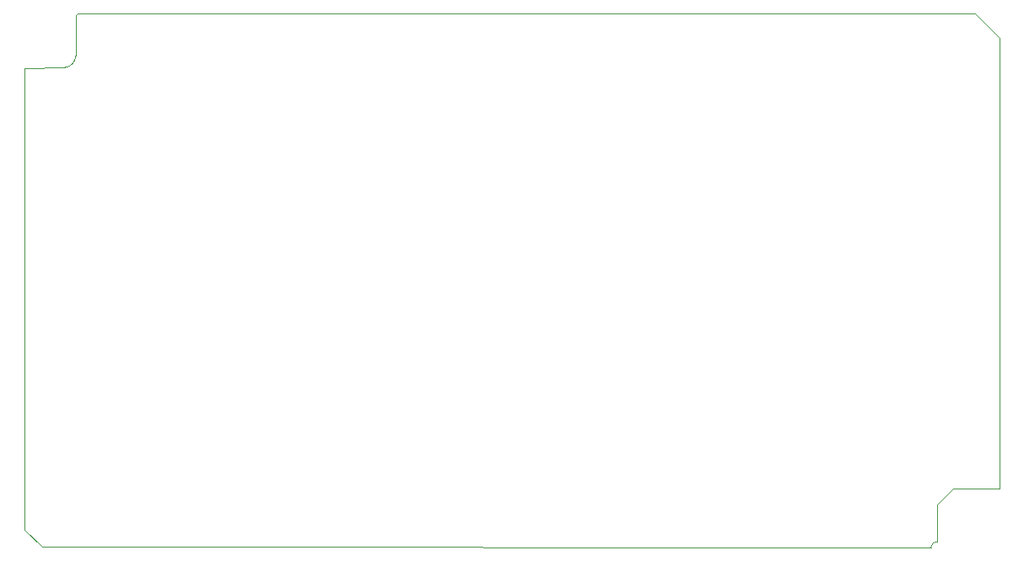
<source format=gbr>
%TF.GenerationSoftware,KiCad,Pcbnew,8.0.4+dfsg-1*%
%TF.CreationDate,2024-12-19T01:54:21-05:00*%
%TF.ProjectId,VGA_SRAM_Shield,5647415f-5352-4414-9d5f-536869656c64,rev?*%
%TF.SameCoordinates,Original*%
%TF.FileFunction,Profile,NP*%
%FSLAX46Y46*%
G04 Gerber Fmt 4.6, Leading zero omitted, Abs format (unit mm)*
G04 Created by KiCad (PCBNEW 8.0.4+dfsg-1) date 2024-12-19 01:54:21*
%MOMM*%
%LPD*%
G01*
G04 APERTURE LIST*
%TA.AperFunction,Profile*%
%ADD10C,0.050000*%
%TD*%
G04 APERTURE END LIST*
D10*
X126900000Y-133150000D02*
X126900000Y-133324600D01*
X124450000Y-130700000D02*
X126900000Y-133150000D01*
X30787500Y-184300000D02*
X120040400Y-184353200D01*
X120624600Y-180086000D02*
X120624600Y-183769000D01*
X29062500Y-182581200D02*
X30787500Y-184300000D01*
X34200000Y-134899400D02*
X34200000Y-130850000D01*
X126900000Y-178460400D02*
X122250200Y-178460400D01*
X29062500Y-136150000D02*
X29062500Y-182581200D01*
X34340800Y-130700000D02*
X124450000Y-130700000D01*
X29062500Y-136150000D02*
X32950210Y-136148148D01*
X122250200Y-178460400D02*
X120624600Y-180086000D01*
X126900000Y-178460400D02*
X126900000Y-133324600D01*
X34202392Y-134898440D02*
G75*
G02*
X32950210Y-136148150I-1259982J10290D01*
G01*
X120040400Y-184353200D02*
G75*
G02*
X120624600Y-183769000I584200J0D01*
G01*
X34340800Y-130700000D02*
X34200000Y-130850000D01*
M02*

</source>
